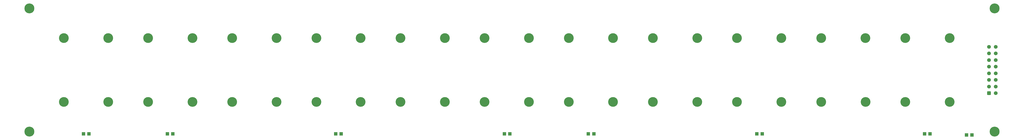
<source format=gbr>
%TF.GenerationSoftware,KiCad,Pcbnew,9.0.4*%
%TF.CreationDate,2025-09-16T19:42:10+08:00*%
%TF.ProjectId,accum_pcb_under,61636375-6d5f-4706-9362-5f756e646572,rev?*%
%TF.SameCoordinates,Original*%
%TF.FileFunction,Soldermask,Top*%
%TF.FilePolarity,Negative*%
%FSLAX46Y46*%
G04 Gerber Fmt 4.6, Leading zero omitted, Abs format (unit mm)*
G04 Created by KiCad (PCBNEW 9.0.4) date 2025-09-16 19:42:10*
%MOMM*%
%LPD*%
G01*
G04 APERTURE LIST*
G04 Aperture macros list*
%AMRoundRect*
0 Rectangle with rounded corners*
0 $1 Rounding radius*
0 $2 $3 $4 $5 $6 $7 $8 $9 X,Y pos of 4 corners*
0 Add a 4 corners polygon primitive as box body*
4,1,4,$2,$3,$4,$5,$6,$7,$8,$9,$2,$3,0*
0 Add four circle primitives for the rounded corners*
1,1,$1+$1,$2,$3*
1,1,$1+$1,$4,$5*
1,1,$1+$1,$6,$7*
1,1,$1+$1,$8,$9*
0 Add four rect primitives between the rounded corners*
20,1,$1+$1,$2,$3,$4,$5,0*
20,1,$1+$1,$4,$5,$6,$7,0*
20,1,$1+$1,$6,$7,$8,$9,0*
20,1,$1+$1,$8,$9,$2,$3,0*%
G04 Aperture macros list end*
%ADD10C,4.403200*%
%ADD11RoundRect,0.101600X0.675000X0.675000X-0.675000X0.675000X-0.675000X-0.675000X0.675000X-0.675000X0*%
%ADD12RoundRect,0.101600X-0.675000X-0.675000X0.675000X-0.675000X0.675000X0.675000X-0.675000X0.675000X0*%
%ADD13C,4.503200*%
%ADD14RoundRect,0.283867X0.567733X-0.567733X0.567733X0.567733X-0.567733X0.567733X-0.567733X-0.567733X0*%
%ADD15C,1.703200*%
G04 APERTURE END LIST*
D10*
%TO.C,*%
X507381782Y-225121090D03*
%TD*%
%TO.C,*%
X126914767Y-196175590D03*
%TD*%
%TO.C,*%
X203007448Y-196176090D03*
%TD*%
%TO.C,*%
X393241100Y-196183590D03*
%TD*%
D11*
%TO.C,J5_1*%
X517483115Y-240113590D03*
%TD*%
D10*
%TO.C,*%
X355195115Y-225120090D03*
%TD*%
D12*
%TO.C,J7_1*%
X344006115Y-239613590D03*
%TD*%
D11*
%TO.C,J1_2*%
X115712115Y-239613590D03*
%TD*%
D13*
%TO.C,H3*%
X91248115Y-238621590D03*
%TD*%
D10*
%TO.C,*%
X182962144Y-225114090D03*
%TD*%
%TO.C,*%
X279101115Y-196179090D03*
%TD*%
%TO.C,*%
X259055811Y-225115090D03*
%TD*%
%TO.C,*%
X241054826Y-225113590D03*
%TD*%
D12*
%TO.C,J8_1*%
X496008115Y-239613590D03*
%TD*%
D10*
%TO.C,*%
X431288478Y-225121090D03*
%TD*%
%TO.C,*%
X507381782Y-196188090D03*
%TD*%
%TO.C,*%
X469335130Y-225122590D03*
%TD*%
%TO.C,*%
X335149085Y-196182090D03*
%TD*%
%TO.C,*%
X221008796Y-196177590D03*
%TD*%
D12*
%TO.C,J8_2*%
X498508115Y-239613590D03*
%TD*%
D10*
%TO.C,*%
X355194752Y-196182090D03*
%TD*%
%TO.C,*%
X144915796Y-225112590D03*
%TD*%
D12*
%TO.C,J3_2*%
X232244115Y-239613590D03*
%TD*%
D11*
%TO.C,J1_1*%
X118212115Y-239613590D03*
%TD*%
D10*
%TO.C,*%
X241054463Y-196177590D03*
%TD*%
D11*
%TO.C,J2_1*%
X156114115Y-239613590D03*
%TD*%
D10*
%TO.C,*%
X106869100Y-196175590D03*
%TD*%
%TO.C,*%
X487336115Y-196188090D03*
%TD*%
D11*
%TO.C,J5_2*%
X514983115Y-240113590D03*
%TD*%
D10*
%TO.C,*%
X221009159Y-225113590D03*
%TD*%
%TO.C,*%
X297102463Y-196180590D03*
%TD*%
%TO.C,*%
X411242448Y-196185090D03*
%TD*%
%TO.C,*%
X106869463Y-225113590D03*
%TD*%
%TO.C,*%
X373195433Y-196183590D03*
%TD*%
%TO.C,*%
X317148130Y-196180590D03*
%TD*%
%TO.C,*%
X297102463Y-225113590D03*
%TD*%
D12*
%TO.C,J7_2*%
X346506115Y-239613590D03*
%TD*%
D10*
%TO.C,*%
X126915130Y-225113590D03*
%TD*%
%TO.C,*%
X431288115Y-196185090D03*
%TD*%
%TO.C,*%
X393241463Y-225121590D03*
%TD*%
%TO.C,*%
X259055448Y-196179090D03*
%TD*%
%TO.C,*%
X335149448Y-225120090D03*
%TD*%
%TO.C,*%
X164961100Y-196174590D03*
%TD*%
D12*
%TO.C,J4_1*%
X420166115Y-239613590D03*
%TD*%
D10*
%TO.C,*%
X487336115Y-225121090D03*
%TD*%
%TO.C,*%
X449289463Y-225122590D03*
%TD*%
%TO.C,*%
X203007811Y-225114090D03*
%TD*%
%TO.C,*%
X144915433Y-196174590D03*
%TD*%
D12*
%TO.C,J6_1*%
X306039115Y-239613590D03*
%TD*%
%TO.C,J6_2*%
X308539115Y-239613590D03*
%TD*%
D10*
%TO.C,*%
X469334767Y-196186590D03*
%TD*%
D13*
%TO.C,H1*%
X527722115Y-238621590D03*
%TD*%
D12*
%TO.C,J4_2*%
X422666115Y-239613590D03*
%TD*%
D10*
%TO.C,*%
X317148130Y-225113590D03*
%TD*%
D12*
%TO.C,J3_1*%
X229744115Y-239613590D03*
%TD*%
D13*
%TO.C,H4*%
X527722115Y-182686590D03*
%TD*%
D14*
%TO.C,J9*%
X525212115Y-221154463D03*
D15*
X525212115Y-218154463D03*
X525212115Y-215154463D03*
X525212115Y-212154463D03*
X525212115Y-209154463D03*
X525212115Y-206154463D03*
X525212115Y-203154463D03*
X525212115Y-200154463D03*
X528212115Y-221154463D03*
X528212115Y-218154463D03*
X528212115Y-215154463D03*
X528212115Y-212154463D03*
X528212115Y-209154463D03*
X528212115Y-206154463D03*
X528212115Y-203154463D03*
X528212115Y-200154463D03*
%TD*%
D10*
%TO.C,*%
X411242811Y-225121090D03*
%TD*%
%TO.C,*%
X373195796Y-225121590D03*
%TD*%
%TO.C,*%
X449289100Y-196186590D03*
%TD*%
D11*
%TO.C,J2_2*%
X153614115Y-239613590D03*
%TD*%
D13*
%TO.C,H2*%
X91240115Y-182686590D03*
%TD*%
D10*
%TO.C,*%
X182961781Y-196176090D03*
%TD*%
%TO.C,*%
X279101478Y-225115090D03*
%TD*%
%TO.C,*%
X164961463Y-225112590D03*
%TD*%
M02*

</source>
